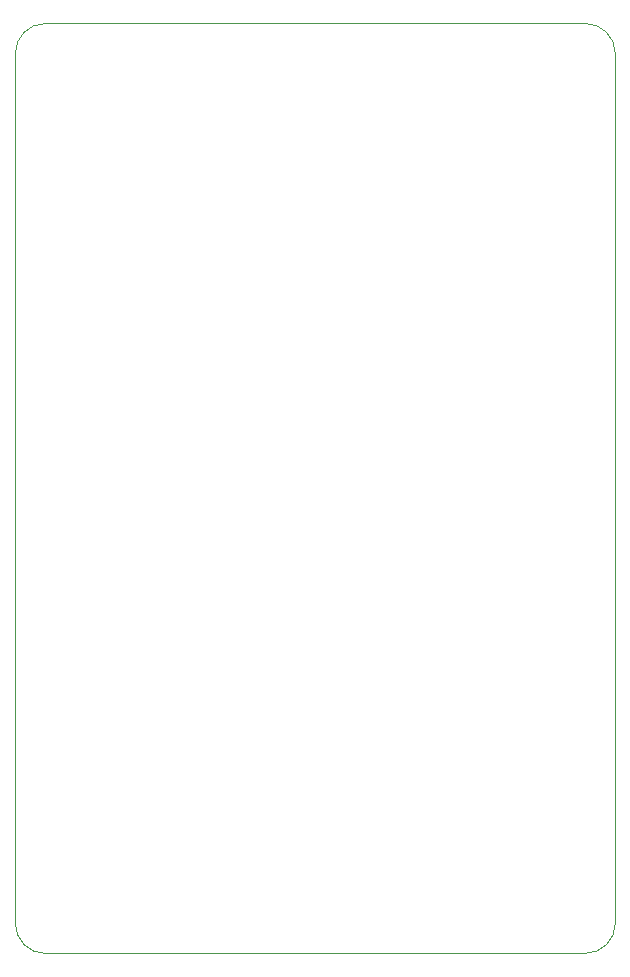
<source format=gm1>
G04 #@! TF.GenerationSoftware,KiCad,Pcbnew,9.0.1*
G04 #@! TF.CreationDate,2025-04-19T16:30:10+02:00*
G04 #@! TF.ProjectId,80286,38303238-362e-46b6-9963-61645f706362,rev?*
G04 #@! TF.SameCoordinates,Original*
G04 #@! TF.FileFunction,Profile,NP*
%FSLAX46Y46*%
G04 Gerber Fmt 4.6, Leading zero omitted, Abs format (unit mm)*
G04 Created by KiCad (PCBNEW 9.0.1) date 2025-04-19 16:30:10*
%MOMM*%
%LPD*%
G01*
G04 APERTURE LIST*
G04 #@! TA.AperFunction,Profile*
%ADD10C,0.050000*%
G04 #@! TD*
G04 APERTURE END LIST*
D10*
X162560000Y-192200000D02*
G75*
G02*
X160020000Y-189660000I0J2540000D01*
G01*
X162560000Y-113460000D02*
X208280000Y-113460000D01*
X160020000Y-189660000D02*
X160020000Y-116000000D01*
X162560000Y-192200000D02*
X208280000Y-192200000D01*
X210820000Y-189660000D02*
G75*
G02*
X208280000Y-192200000I-2540000J0D01*
G01*
X208280000Y-113460000D02*
G75*
G02*
X210820000Y-116000000I0J-2540000D01*
G01*
X210820000Y-189660000D02*
X210820000Y-116000000D01*
X160020000Y-116000000D02*
G75*
G02*
X162560000Y-113460000I2540000J0D01*
G01*
M02*

</source>
